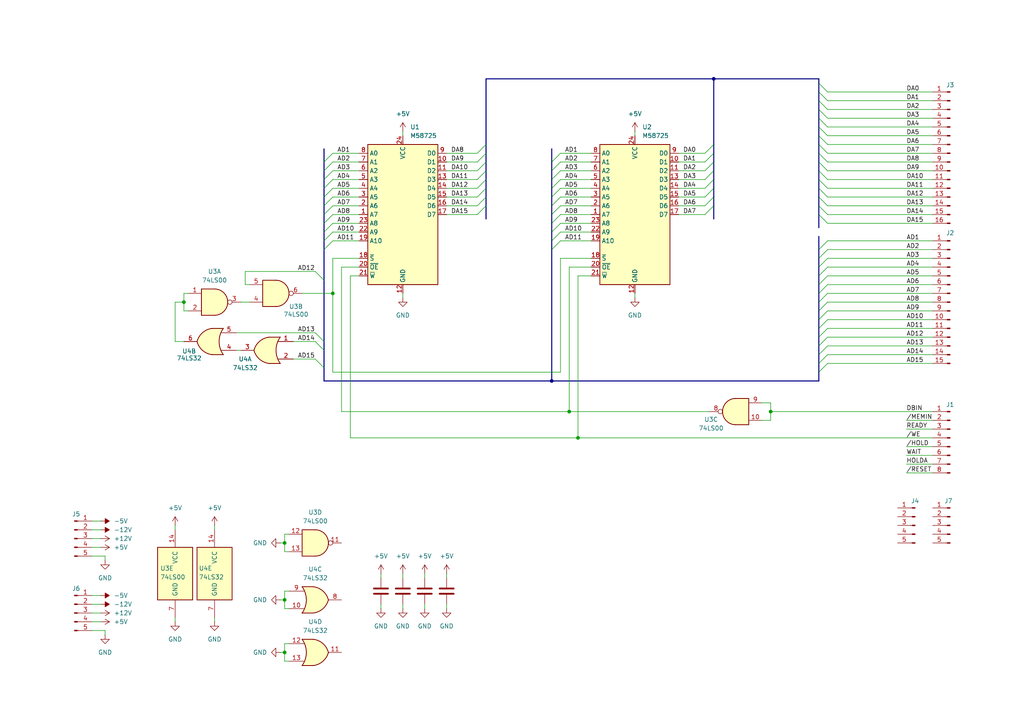
<source format=kicad_sch>
(kicad_sch (version 20250114) (generator "eeschema") (generator_version "9.0")
  (paper "A4")
  (lib_symbols
    (symbol "74xx:74LS00" (pin_names (offset 1.016))
      (property "Reference" "U" (at 0 1.27 0))
      (property "Value" "74LS00" (at 0 -1.27 0))
      (symbol "74LS00_1_1"
        (pin input line (at -7.62 2.54 0) (length 3.81) (name "~") (number "1"))
        (pin input line (at -7.62 -2.54 0) (length 3.81) (name "~") (number "2"))
        (pin output inverted (at 7.62 0 180) (length 3.81) (name "~") (number "3"))
      )
      (symbol "74LS00_1_2"
        (pin input inverted (at -7.62 2.54 0) (length 4.318) (name "~") (number "1"))
        (pin input inverted (at -7.62 -2.54 0) (length 4.318) (name "~") (number "2"))
        (pin output line (at 7.62 0 180) (length 3.81) (name "~") (number "3"))
      )
      (symbol "74LS00_2_1"
        (pin input line (at -7.62 2.54 0) (length 3.81) (name "~") (number "4"))
        (pin input line (at -7.62 -2.54 0) (length 3.81) (name "~") (number "5"))
        (pin output inverted (at 7.62 0 180) (length 3.81) (name "~") (number "6"))
      )
      (symbol "74LS00_2_2"
        (pin input inverted (at -7.62 2.54 0) (length 4.318) (name "~") (number "4"))
        (pin input inverted (at -7.62 -2.54 0) (length 4.318) (name "~") (number "5"))
        (pin output line (at 7.62 0 180) (length 3.81) (name "~") (number "6"))
      )
      (symbol "74LS00_3_1"
        (pin input line (at -7.62 2.54 0) (length 3.81) (name "~") (number "9"))
        (pin input line (at -7.62 -2.54 0) (length 3.81) (name "~") (number "10"))
        (pin output inverted (at 7.62 0 180) (length 3.81) (name "~") (number "8"))
      )
      (symbol "74LS00_3_2"
        (pin input inverted (at -7.62 2.54 0) (length 4.318) (name "~") (number "9"))
        (pin input inverted (at -7.62 -2.54 0) (length 4.318) (name "~") (number "10"))
        (pin output line (at 7.62 0 180) (length 3.81) (name "~") (number "8"))
      )
      (symbol "74LS00_4_1"
        (pin input line (at -7.62 2.54 0) (length 3.81) (name "~") (number "12"))
        (pin input line (at -7.62 -2.54 0) (length 3.81) (name "~") (number "13"))
        (pin output inverted (at 7.62 0 180) (length 3.81) (name "~") (number "11"))
      )
      (symbol "74LS00_4_2"
        (pin input inverted (at -7.62 2.54 0) (length 4.318) (name "~") (number "12"))
        (pin input inverted (at -7.62 -2.54 0) (length 4.318) (name "~") (number "13"))
        (pin output line (at 7.62 0 180) (length 3.81) (name "~") (number "11"))
      )
      (symbol "74LS00_5_0"
        (pin power_in line (at 0 12.7 270) (length 5.08) (name "VCC") (number "14"))
        (pin power_in line (at 0 -12.7 90) (length 5.08) (name "GND") (number "7"))
      )
    )
    (symbol "74xx:74LS32" (pin_names (offset 1.016))
      (property "Reference" "U" (at 0 1.27 0))
      (property "Value" "74LS32" (at 0 -1.27 0))
      (symbol "74LS32_1_1"
        (pin input line (at -7.62 2.54 0) (length 4.318) (name "~") (number "1"))
        (pin input line (at -7.62 -2.54 0) (length 4.318) (name "~") (number "2"))
        (pin output line (at 7.62 0 180) (length 3.81) (name "~") (number "3"))
      )
      (symbol "74LS32_1_2"
        (pin input inverted (at -7.62 2.54 0) (length 3.81) (name "~") (number "1"))
        (pin input inverted (at -7.62 -2.54 0) (length 3.81) (name "~") (number "2"))
        (pin output inverted (at 7.62 0 180) (length 3.81) (name "~") (number "3"))
      )
      (symbol "74LS32_2_1"
        (pin input line (at -7.62 2.54 0) (length 4.318) (name "~") (number "4"))
        (pin input line (at -7.62 -2.54 0) (length 4.318) (name "~") (number "5"))
        (pin output line (at 7.62 0 180) (length 3.81) (name "~") (number "6"))
      )
      (symbol "74LS32_2_2"
        (pin input inverted (at -7.62 2.54 0) (length 3.81) (name "~") (number "4"))
        (pin input inverted (at -7.62 -2.54 0) (length 3.81) (name "~") (number "5"))
        (pin output inverted (at 7.62 0 180) (length 3.81) (name "~") (number "6"))
      )
      (symbol "74LS32_3_1"
        (pin input line (at -7.62 2.54 0) (length 4.318) (name "~") (number "9"))
        (pin input line (at -7.62 -2.54 0) (length 4.318) (name "~") (number "10"))
        (pin output line (at 7.62 0 180) (length 3.81) (name "~") (number "8"))
      )
      (symbol "74LS32_3_2"
        (pin input inverted (at -7.62 2.54 0) (length 3.81) (name "~") (number "9"))
        (pin input inverted (at -7.62 -2.54 0) (length 3.81) (name "~") (number "10"))
        (pin output inverted (at 7.62 0 180) (length 3.81) (name "~") (number "8"))
      )
      (symbol "74LS32_4_1"
        (pin input line (at -7.62 2.54 0) (length 4.318) (name "~") (number "12"))
        (pin input line (at -7.62 -2.54 0) (length 4.318) (name "~") (number "13"))
        (pin output line (at 7.62 0 180) (length 3.81) (name "~") (number "11"))
      )
      (symbol "74LS32_4_2"
        (pin input inverted (at -7.62 2.54 0) (length 3.81) (name "~") (number "12"))
        (pin input inverted (at -7.62 -2.54 0) (length 3.81) (name "~") (number "13"))
        (pin output inverted (at 7.62 0 180) (length 3.81) (name "~") (number "11"))
      )
      (symbol "74LS32_5_0"
        (pin power_in line (at 0 12.7 270) (length 5.08) (name "VCC") (number "14"))
        (pin power_in line (at 0 -12.7 90) (length 5.08) (name "GND") (number "7"))
      )
    )
    (symbol "Connector:Conn_01x05_Pin" (pin_names (offset 1.016) (hide yes))
      (property "Reference" "J" (at 0 7.62 0))
      (property "Value" "Conn_01x05_Pin" (at 0 -7.62 0))
      (symbol "Conn_01x05_Pin_1_1"
        (pin passive line (at 5.08 5.08 180) (length 3.81) (name "Pin_1") (number "1"))
        (pin passive line (at 5.08 2.54 180) (length 3.81) (name "Pin_2") (number "2"))
        (pin passive line (at 5.08 0 180) (length 3.81) (name "Pin_3") (number "3"))
        (pin passive line (at 5.08 -2.54 180) (length 3.81) (name "Pin_4") (number "4"))
        (pin passive line (at 5.08 -5.08 180) (length 3.81) (name "Pin_5") (number "5"))
      )
    )
    (symbol "Connector:Conn_01x08_Pin" (pin_names (offset 1.016) (hide yes))
      (property "Reference" "J" (at 0 10.16 0))
      (property "Value" "Conn_01x08_Pin" (at 0 -12.7 0))
      (symbol "Conn_01x08_Pin_1_1"
        (pin passive line (at 5.08 7.62 180) (length 3.81) (name "Pin_1") (number "1"))
        (pin passive line (at 5.08 5.08 180) (length 3.81) (name "Pin_2") (number "2"))
        (pin passive line (at 5.08 2.54 180) (length 3.81) (name "Pin_3") (number "3"))
        (pin passive line (at 5.08 0 180) (length 3.81) (name "Pin_4") (number "4"))
        (pin passive line (at 5.08 -2.54 180) (length 3.81) (name "Pin_5") (number "5"))
        (pin passive line (at 5.08 -5.08 180) (length 3.81) (name "Pin_6") (number "6"))
        (pin passive line (at 5.08 -7.62 180) (length 3.81) (name "Pin_7") (number "7"))
        (pin passive line (at 5.08 -10.16 180) (length 3.81) (name "Pin_8") (number "8"))
      )
    )
    (symbol "Connector:Conn_01x15_Pin" (pin_names (offset 1.016) (hide yes))
      (property "Reference" "J" (at 0 20.32 0))
      (property "Value" "Conn_01x15_Pin" (at 0 -20.32 0))
      (symbol "Conn_01x15_Pin_1_1"
        (pin passive line (at 5.08 17.78 180) (length 3.81) (name "Pin_1") (number "1"))
        (pin passive line (at 5.08 15.24 180) (length 3.81) (name "Pin_2") (number "2"))
        (pin passive line (at 5.08 12.7 180) (length 3.81) (name "Pin_3") (number "3"))
        (pin passive line (at 5.08 10.16 180) (length 3.81) (name "Pin_4") (number "4"))
        (pin passive line (at 5.08 7.62 180) (length 3.81) (name "Pin_5") (number "5"))
        (pin passive line (at 5.08 5.08 180) (length 3.81) (name "Pin_6") (number "6"))
        (pin passive line (at 5.08 2.54 180) (length 3.81) (name "Pin_7") (number "7"))
        (pin passive line (at 5.08 0 180) (length 3.81) (name "Pin_8") (number "8"))
        (pin passive line (at 5.08 -2.54 180) (length 3.81) (name "Pin_9") (number "9"))
        (pin passive line (at 5.08 -5.08 180) (length 3.81) (name "Pin_10") (number "10"))
        (pin passive line (at 5.08 -7.62 180) (length 3.81) (name "Pin_11") (number "11"))
        (pin passive line (at 5.08 -10.16 180) (length 3.81) (name "Pin_12") (number "12"))
        (pin passive line (at 5.08 -12.7 180) (length 3.81) (name "Pin_13") (number "13"))
        (pin passive line (at 5.08 -15.24 180) (length 3.81) (name "Pin_14") (number "14"))
        (pin passive line (at 5.08 -17.78 180) (length 3.81) (name "Pin_15") (number "15"))
      )
    )
    (symbol "Connector:Conn_01x16_Pin" (pin_names (offset 1.016) (hide yes))
      (property "Reference" "J" (at 0 20.32 0))
      (property "Value" "Conn_01x16_Pin" (at 0 -22.86 0))
      (symbol "Conn_01x16_Pin_1_1"
        (pin passive line (at 5.08 17.78 180) (length 3.81) (name "Pin_1") (number "1"))
        (pin passive line (at 5.08 15.24 180) (length 3.81) (name "Pin_2") (number "2"))
        (pin passive line (at 5.08 12.7 180) (length 3.81) (name "Pin_3") (number "3"))
        (pin passive line (at 5.08 10.16 180) (length 3.81) (name "Pin_4") (number "4"))
        (pin passive line (at 5.08 7.62 180) (length 3.81) (name "Pin_5") (number "5"))
        (pin passive line (at 5.08 5.08 180) (length 3.81) (name "Pin_6") (number "6"))
        (pin passive line (at 5.08 2.54 180) (length 3.81) (name "Pin_7") (number "7"))
        (pin passive line (at 5.08 0 180) (length 3.81) (name "Pin_8") (number "8"))
        (pin passive line (at 5.08 -2.54 180) (length 3.81) (name "Pin_9") (number "9"))
        (pin passive line (at 5.08 -5.08 180) (length 3.81) (name "Pin_10") (number "10"))
        (pin passive line (at 5.08 -7.62 180) (length 3.81) (name "Pin_11") (number "11"))
        (pin passive line (at 5.08 -10.16 180) (length 3.81) (name "Pin_12") (number "12"))
        (pin passive line (at 5.08 -12.7 180) (length 3.81) (name "Pin_13") (number "13"))
        (pin passive line (at 5.08 -15.24 180) (length 3.81) (name "Pin_14") (number "14"))
        (pin passive line (at 5.08 -17.78 180) (length 3.81) (name "Pin_15") (number "15"))
        (pin passive line (at 5.08 -20.32 180) (length 3.81) (name "Pin_16") (number "16"))
      )
    )
    (symbol "Device:C" (pin_numbers (hide yes)) (pin_names (offset 0.254))
      (property "Reference" "C" (at 0.635 2.54 0))
      (property "Value" "C" (at 0.635 -2.54 0))
      (symbol "C_1_1"
        (pin passive line (at 0 3.81 270) (length 2.794) (name "~") (number "1"))
        (pin passive line (at 0 -3.81 90) (length 2.794) (name "~") (number "2"))
      )
    )
    (symbol "User:M58725"
      (property "Reference" "U" (at -10.16 20.955 0))
      (property "Value" "M58725" (at 2.54 20.955 0))
      (symbol "M58725_1_0"
        (pin tri_state line (at 12.7 7.62 180) (length 2.54) (name "D4") (number "14"))
      )
      (symbol "M58725_1_1"
        (pin input line (at -12.7 17.78 0) (length 2.54) (name "A0") (number "8"))
        (pin input line (at -12.7 15.24 0) (length 2.54) (name "A1") (number "7"))
        (pin input line (at -12.7 12.7 0) (length 2.54) (name "A2") (number "6"))
        (pin input line (at -12.7 10.16 0) (length 2.54) (name "A3") (number "5"))
        (pin input line (at -12.7 7.62 0) (length 2.54) (name "A4") (number "4"))
        (pin input line (at -12.7 5.08 0) (length 2.54) (name "A5") (number "3"))
        (pin input line (at -12.7 2.54 0) (length 2.54) (name "A6") (number "2"))
        (pin input line (at -12.7 0 0) (length 2.54) (name "A7") (number "1"))
        (pin input line (at -12.7 -2.54 0) (length 2.54) (name "A8") (number "23"))
        (pin input line (at -12.7 -5.08 0) (length 2.54) (name "A9") (number "22"))
        (pin input line (at -12.7 -7.62 0) (length 2.54) (name "A10") (number "19"))
        (pin input line (at -12.7 -12.7 0) (length 2.54) (name "~{S}") (number "18"))
        (pin input line (at -12.7 -15.24 0) (length 2.54) (name "~{OE}") (number "20"))
        (pin input line (at -12.7 -17.78 0) (length 2.54) (name "~{W}") (number "21"))
        (pin power_in line (at 0 22.86 270) (length 2.54) (name "VCC") (number "24"))
        (pin power_in line (at 0 -22.86 90) (length 2.54) (name "GND") (number "12"))
        (pin tri_state line (at 12.7 17.78 180) (length 2.54) (name "D0") (number "9"))
        (pin tri_state line (at 12.7 15.24 180) (length 2.54) (name "D1") (number "10"))
        (pin tri_state line (at 12.7 12.7 180) (length 2.54) (name "D2") (number "11"))
        (pin tri_state line (at 12.7 10.16 180) (length 2.54) (name "D3") (number "13"))
        (pin tri_state line (at 12.7 5.08 180) (length 2.54) (name "D5") (number "15"))
        (pin tri_state line (at 12.7 2.54 180) (length 2.54) (name "D6") (number "16"))
        (pin tri_state line (at 12.7 0 180) (length 2.54) (name "D7") (number "17"))
      )
    )
    (symbol "power:+12V" (power) (pin_numbers (hide yes)) (pin_names (offset 0) (hide yes))
      (property "Value" "+12V" (at 0 3.556 0))
      (symbol "+12V_1_1"
        (pin power_in line (at 0 0 90) (length 0) (name "~") (number "1"))
      )
    )
    (symbol "power:+5V" (power) (pin_numbers (hide yes)) (pin_names (offset 0) (hide yes))
      (property "Value" "+5V" (at 0 3.556 0))
      (symbol "+5V_1_1"
        (pin power_in line (at 0 0 90) (length 0) (name "~") (number "1"))
      )
    )
    (symbol "power:-12V" (power) (pin_numbers (hide yes)) (pin_names (offset 0) (hide yes))
      (property "Value" "-12V" (at 0 3.556 0))
      (symbol "-12V_0_0"
        (pin power_in line (at 0 0 90) (length 0) (name "~") (number "1"))
      )
    )
    (symbol "power:-5V" (power) (pin_numbers (hide yes)) (pin_names (offset 0) (hide yes))
      (property "Value" "-5V" (at 0 3.556 0))
      (symbol "-5V_0_0"
        (pin power_in line (at 0 0 90) (length 0) (name "~") (number "1"))
      )
    )
    (symbol "power:GND" (power) (pin_numbers (hide yes)) (pin_names (offset 0) (hide yes))
      (property "Value" "GND" (at 0 -3.81 0))
      (symbol "GND_1_1"
        (pin power_in line (at 0 0 270) (length 0) (name "~") (number "1"))
      )
    )
  )
  (junction (at 82.55 157.48))
  (junction (at 207.01 22.86))
  (junction (at 53.34 87.63))
  (junction (at 160.02 110.49))
  (junction (at 82.55 189.23))
  (junction (at 223.52 119.38))
  (junction (at 96.52 85.09))
  (junction (at 167.64 127))
  (junction (at 82.55 173.99))
  (junction (at 165.1 119.38))
  (bus_entry (at 237.49 62.23) (size 2.54 2.54))
  (bus_entry (at 93.98 54.61) (size 2.54 -2.54))
  (bus_entry (at 138.43 46.99) (size 2.54 -2.54))
  (bus_entry (at 91.44 78.74) (size 2.54 2.54))
  (bus_entry (at 237.49 36.83) (size 2.54 2.54))
  (bus_entry (at 138.43 57.15) (size 2.54 -2.54))
  (bus_entry (at 91.44 104.14) (size 2.54 2.54))
  (bus_entry (at 138.43 54.61) (size 2.54 -2.54))
  (bus_entry (at 93.98 64.77) (size 2.54 -2.54))
  (bus_entry (at 204.47 52.07) (size 2.54 -2.54))
  (bus_entry (at 237.49 97.79) (size 2.54 -2.54))
  (bus_entry (at 237.49 90.17) (size 2.54 -2.54))
  (bus_entry (at 93.98 72.39) (size 2.54 -2.54))
  (bus_entry (at 160.02 72.39) (size 2.54 -2.54))
  (bus_entry (at 237.49 105.41) (size 2.54 -2.54))
  (bus_entry (at 91.44 96.52) (size 2.54 2.54))
  (bus_entry (at 237.49 24.13) (size 2.54 2.54))
  (bus_entry (at 237.49 95.25) (size 2.54 -2.54))
  (bus_entry (at 237.49 31.75) (size 2.54 2.54))
  (bus_entry (at 237.49 85.09) (size 2.54 -2.54))
  (bus_entry (at 138.43 62.23) (size 2.54 -2.54))
  (bus_entry (at 237.49 82.55) (size 2.54 -2.54))
  (bus_entry (at 138.43 44.45) (size 2.54 -2.54))
  (bus_entry (at 204.47 62.23) (size 2.54 -2.54))
  (bus_entry (at 237.49 44.45) (size 2.54 2.54))
  (bus_entry (at 237.49 54.61) (size 2.54 2.54))
  (bus_entry (at 237.49 100.33) (size 2.54 -2.54))
  (bus_entry (at 237.49 102.87) (size 2.54 -2.54))
  (bus_entry (at 160.02 69.85) (size 2.54 -2.54))
  (bus_entry (at 237.49 29.21) (size 2.54 2.54))
  (bus_entry (at 237.49 26.67) (size 2.54 2.54))
  (bus_entry (at 160.02 67.31) (size 2.54 -2.54))
  (bus_entry (at 138.43 59.69) (size 2.54 -2.54))
  (bus_entry (at 93.98 67.31) (size 2.54 -2.54))
  (bus_entry (at 237.49 41.91) (size 2.54 2.54))
  (bus_entry (at 237.49 77.47) (size 2.54 -2.54))
  (bus_entry (at 160.02 64.77) (size 2.54 -2.54))
  (bus_entry (at 138.43 49.53) (size 2.54 -2.54))
  (bus_entry (at 204.47 49.53) (size 2.54 -2.54))
  (bus_entry (at 204.47 44.45) (size 2.54 -2.54))
  (bus_entry (at 204.47 54.61) (size 2.54 -2.54))
  (bus_entry (at 93.98 57.15) (size 2.54 -2.54))
  (bus_entry (at 160.02 54.61) (size 2.54 -2.54))
  (bus_entry (at 237.49 46.99) (size 2.54 2.54))
  (bus_entry (at 91.44 99.06) (size 2.54 2.54))
  (bus_entry (at 93.98 62.23) (size 2.54 -2.54))
  (bus_entry (at 160.02 59.69) (size 2.54 -2.54))
  (bus_entry (at 138.43 52.07) (size 2.54 -2.54))
  (bus_entry (at 237.49 80.01) (size 2.54 -2.54))
  (bus_entry (at 237.49 87.63) (size 2.54 -2.54))
  (bus_entry (at 204.47 57.15) (size 2.54 -2.54))
  (bus_entry (at 204.47 59.69) (size 2.54 -2.54))
  (bus_entry (at 160.02 57.15) (size 2.54 -2.54))
  (bus_entry (at 93.98 52.07) (size 2.54 -2.54))
  (bus_entry (at 237.49 74.93) (size 2.54 -2.54))
  (bus_entry (at 237.49 92.71) (size 2.54 -2.54))
  (bus_entry (at 237.49 49.53) (size 2.54 2.54))
  (bus_entry (at 93.98 46.99) (size 2.54 -2.54))
  (bus_entry (at 160.02 62.23) (size 2.54 -2.54))
  (bus_entry (at 160.02 49.53) (size 2.54 -2.54))
  (bus_entry (at 93.98 49.53) (size 2.54 -2.54))
  (bus_entry (at 160.02 46.99) (size 2.54 -2.54))
  (bus_entry (at 237.49 52.07) (size 2.54 2.54))
  (bus_entry (at 204.47 46.99) (size 2.54 -2.54))
  (bus_entry (at 237.49 72.39) (size 2.54 -2.54))
  (bus_entry (at 237.49 34.29) (size 2.54 2.54))
  (bus_entry (at 237.49 39.37) (size 2.54 2.54))
  (bus_entry (at 160.02 52.07) (size 2.54 -2.54))
  (bus_entry (at 93.98 69.85) (size 2.54 -2.54))
  (bus_entry (at 237.49 107.95) (size 2.54 -2.54))
  (bus_entry (at 237.49 59.69) (size 2.54 2.54))
  (bus_entry (at 93.98 59.69) (size 2.54 -2.54))
  (bus_entry (at 237.49 57.15) (size 2.54 2.54))
  (wire (pts (xy 81.28 173.99) (xy 82.55 173.99)))
  (wire (pts (xy 96.52 57.15) (xy 104.14 57.15)))
  (wire (pts (xy 162.56 57.15) (xy 171.45 57.15)))
  (bus (pts (xy 160.02 62.23) (xy 160.02 64.77)))
  (bus (pts (xy 93.98 59.69) (xy 93.98 62.23)))
  (wire (pts (xy 240.03 62.23) (xy 270.51 62.23)))
  (wire (pts (xy 240.03 54.61) (xy 270.51 54.61)))
  (wire (pts (xy 50.8 152.4) (xy 50.8 153.67)))
  (bus (pts (xy 237.49 46.99) (xy 237.49 44.45)))
  (wire (pts (xy 240.03 90.17) (xy 270.51 90.17)))
  (wire (pts (xy 129.54 62.23) (xy 138.43 62.23)))
  (wire (pts (xy 162.56 52.07) (xy 171.45 52.07)))
  (wire (pts (xy 96.52 107.95) (xy 96.52 85.09)))
  (wire (pts (xy 162.56 69.85) (xy 171.45 69.85)))
  (bus (pts (xy 207.01 22.86) (xy 207.01 41.91)))
  (bus (pts (xy 237.49 36.83) (xy 237.49 34.29)))
  (wire (pts (xy 26.67 172.72) (xy 29.21 172.72)))
  (bus (pts (xy 237.49 41.91) (xy 237.49 39.37)))
  (wire (pts (xy 240.03 80.01) (xy 270.51 80.01)))
  (bus (pts (xy 237.49 92.71) (xy 237.49 95.25)))
  (wire (pts (xy 26.67 151.13) (xy 29.21 151.13)))
  (bus (pts (xy 237.49 66.04) (xy 237.49 62.23)))
  (bus (pts (xy 207.01 54.61) (xy 207.01 57.15)))
  (bus (pts (xy 237.49 44.45) (xy 237.49 41.91)))
  (wire (pts (xy 196.85 62.23) (xy 204.47 62.23)))
  (wire (pts (xy 240.03 74.93) (xy 270.51 74.93)))
  (wire (pts (xy 129.54 44.45) (xy 138.43 44.45)))
  (wire (pts (xy 162.56 44.45) (xy 171.45 44.45)))
  (wire (pts (xy 116.84 166.37) (xy 116.84 167.64)))
  (wire (pts (xy 262.89 134.62) (xy 270.51 134.62)))
  (bus (pts (xy 237.49 52.07) (xy 237.49 49.53)))
  (bus (pts (xy 237.49 80.01) (xy 237.49 82.55)))
  (bus (pts (xy 207.01 59.69) (xy 207.01 63.5)))
  (bus (pts (xy 93.98 52.07) (xy 93.98 54.61)))
  (wire (pts (xy 165.1 77.47) (xy 171.45 77.47)))
  (bus (pts (xy 237.49 22.86) (xy 207.01 22.86)))
  (wire (pts (xy 82.55 189.23) (xy 82.55 186.69)))
  (wire (pts (xy 110.49 175.26) (xy 110.49 176.53)))
  (bus (pts (xy 237.49 102.87) (xy 237.49 105.41)))
  (wire (pts (xy 85.09 104.14) (xy 91.44 104.14)))
  (wire (pts (xy 129.54 46.99) (xy 138.43 46.99)))
  (wire (pts (xy 96.52 64.77) (xy 104.14 64.77)))
  (wire (pts (xy 26.67 177.8) (xy 29.21 177.8)))
  (bus (pts (xy 237.49 34.29) (xy 237.49 31.75)))
  (wire (pts (xy 26.67 158.75) (xy 29.21 158.75)))
  (wire (pts (xy 240.03 97.79) (xy 270.51 97.79)))
  (bus (pts (xy 140.97 54.61) (xy 140.97 57.15)))
  (wire (pts (xy 196.85 52.07) (xy 204.47 52.07)))
  (wire (pts (xy 72.39 82.55) (xy 71.12 82.55)))
  (bus (pts (xy 140.97 46.99) (xy 140.97 49.53)))
  (bus (pts (xy 93.98 57.15) (xy 93.98 59.69)))
  (bus (pts (xy 160.02 54.61) (xy 160.02 57.15)))
  (bus (pts (xy 140.97 52.07) (xy 140.97 54.61)))
  (bus (pts (xy 140.97 59.69) (xy 140.97 63.5)))
  (bus (pts (xy 207.01 41.91) (xy 207.01 44.45)))
  (wire (pts (xy 196.85 54.61) (xy 204.47 54.61)))
  (wire (pts (xy 26.67 156.21) (xy 29.21 156.21)))
  (wire (pts (xy 205.74 119.38) (xy 165.1 119.38)))
  (wire (pts (xy 81.28 189.23) (xy 82.55 189.23)))
  (wire (pts (xy 223.52 121.92) (xy 223.52 119.38)))
  (wire (pts (xy 30.48 161.29) (xy 26.67 161.29)))
  (wire (pts (xy 82.55 191.77) (xy 82.55 189.23)))
  (wire (pts (xy 240.03 102.87) (xy 270.51 102.87)))
  (wire (pts (xy 162.56 107.95) (xy 96.52 107.95)))
  (wire (pts (xy 99.06 119.38) (xy 165.1 119.38)))
  (wire (pts (xy 123.19 166.37) (xy 123.19 167.64)))
  (wire (pts (xy 196.85 46.99) (xy 204.47 46.99)))
  (bus (pts (xy 93.98 46.99) (xy 93.98 49.53)))
  (wire (pts (xy 240.03 49.53) (xy 270.51 49.53)))
  (bus (pts (xy 237.49 68.58) (xy 237.49 72.39)))
  (wire (pts (xy 83.82 160.02) (xy 82.55 160.02)))
  (wire (pts (xy 262.89 137.16) (xy 270.51 137.16)))
  (wire (pts (xy 129.54 166.37) (xy 129.54 167.64)))
  (wire (pts (xy 26.67 175.26) (xy 29.21 175.26)))
  (wire (pts (xy 96.52 49.53) (xy 104.14 49.53)))
  (wire (pts (xy 240.03 46.99) (xy 270.51 46.99)))
  (bus (pts (xy 237.49 29.21) (xy 237.49 26.67)))
  (wire (pts (xy 240.03 34.29) (xy 270.51 34.29)))
  (wire (pts (xy 240.03 77.47) (xy 270.51 77.47)))
  (wire (pts (xy 223.52 119.38) (xy 223.52 116.84)))
  (wire (pts (xy 96.52 52.07) (xy 104.14 52.07)))
  (bus (pts (xy 237.49 85.09) (xy 237.49 87.63)))
  (bus (pts (xy 93.98 67.31) (xy 93.98 69.85)))
  (wire (pts (xy 240.03 31.75) (xy 270.51 31.75)))
  (wire (pts (xy 262.89 132.08) (xy 270.51 132.08)))
  (bus (pts (xy 140.97 57.15) (xy 140.97 59.69)))
  (wire (pts (xy 162.56 74.93) (xy 162.56 107.95)))
  (bus (pts (xy 237.49 77.47) (xy 237.49 80.01)))
  (wire (pts (xy 96.52 44.45) (xy 104.14 44.45)))
  (wire (pts (xy 96.52 59.69) (xy 104.14 59.69)))
  (wire (pts (xy 129.54 57.15) (xy 138.43 57.15)))
  (wire (pts (xy 26.67 153.67) (xy 29.21 153.67)))
  (wire (pts (xy 240.03 44.45) (xy 270.51 44.45)))
  (bus (pts (xy 160.02 64.77) (xy 160.02 67.31)))
  (wire (pts (xy 262.89 129.54) (xy 270.51 129.54)))
  (wire (pts (xy 50.8 87.63) (xy 53.34 87.63)))
  (wire (pts (xy 240.03 59.69) (xy 270.51 59.69)))
  (wire (pts (xy 53.34 99.06) (xy 50.8 99.06)))
  (wire (pts (xy 129.54 59.69) (xy 138.43 59.69)))
  (bus (pts (xy 140.97 41.91) (xy 140.97 44.45)))
  (bus (pts (xy 207.01 46.99) (xy 207.01 49.53)))
  (bus (pts (xy 93.98 106.68) (xy 93.98 110.49)))
  (wire (pts (xy 96.52 74.93) (xy 96.52 85.09)))
  (wire (pts (xy 165.1 119.38) (xy 165.1 77.47)))
  (wire (pts (xy 240.03 26.67) (xy 270.51 26.67)))
  (wire (pts (xy 96.52 67.31) (xy 104.14 67.31)))
  (wire (pts (xy 220.98 121.92) (xy 223.52 121.92)))
  (wire (pts (xy 82.55 154.94) (xy 83.82 154.94)))
  (bus (pts (xy 93.98 49.53) (xy 93.98 52.07)))
  (wire (pts (xy 162.56 64.77) (xy 171.45 64.77)))
  (wire (pts (xy 184.15 85.09) (xy 184.15 86.36)))
  (bus (pts (xy 207.01 52.07) (xy 207.01 54.61)))
  (wire (pts (xy 240.03 82.55) (xy 270.51 82.55)))
  (wire (pts (xy 240.03 39.37) (xy 270.51 39.37)))
  (bus (pts (xy 93.98 101.6) (xy 93.98 106.68)))
  (wire (pts (xy 50.8 99.06) (xy 50.8 87.63)))
  (wire (pts (xy 196.85 49.53) (xy 204.47 49.53)))
  (bus (pts (xy 160.02 59.69) (xy 160.02 62.23)))
  (wire (pts (xy 240.03 41.91) (xy 270.51 41.91)))
  (wire (pts (xy 240.03 57.15) (xy 270.51 57.15)))
  (wire (pts (xy 184.15 38.1) (xy 184.15 39.37)))
  (wire (pts (xy 129.54 52.07) (xy 138.43 52.07)))
  (wire (pts (xy 82.55 176.53) (xy 82.55 173.99)))
  (bus (pts (xy 237.49 107.95) (xy 237.49 110.49)))
  (wire (pts (xy 110.49 166.37) (xy 110.49 167.64)))
  (wire (pts (xy 240.03 52.07) (xy 270.51 52.07)))
  (bus (pts (xy 237.49 54.61) (xy 237.49 52.07)))
  (wire (pts (xy 129.54 54.61) (xy 138.43 54.61)))
  (wire (pts (xy 82.55 186.69) (xy 83.82 186.69)))
  (wire (pts (xy 240.03 87.63) (xy 270.51 87.63)))
  (wire (pts (xy 162.56 59.69) (xy 171.45 59.69)))
  (wire (pts (xy 196.85 44.45) (xy 204.47 44.45)))
  (wire (pts (xy 240.03 105.41) (xy 270.51 105.41)))
  (bus (pts (xy 237.49 82.55) (xy 237.49 85.09)))
  (bus (pts (xy 237.49 26.67) (xy 237.49 24.13)))
  (wire (pts (xy 240.03 92.71) (xy 270.51 92.71)))
  (wire (pts (xy 162.56 67.31) (xy 171.45 67.31)))
  (bus (pts (xy 93.98 69.85) (xy 93.98 72.39)))
  (wire (pts (xy 240.03 36.83) (xy 270.51 36.83)))
  (wire (pts (xy 167.64 127) (xy 270.51 127)))
  (bus (pts (xy 160.02 69.85) (xy 160.02 72.39)))
  (wire (pts (xy 162.56 62.23) (xy 171.45 62.23)))
  (bus (pts (xy 237.49 31.75) (xy 237.49 29.21)))
  (wire (pts (xy 123.19 175.26) (xy 123.19 176.53)))
  (bus (pts (xy 237.49 97.79) (xy 237.49 100.33)))
  (wire (pts (xy 240.03 95.25) (xy 270.51 95.25)))
  (bus (pts (xy 237.49 39.37) (xy 237.49 36.83)))
  (wire (pts (xy 167.64 80.01) (xy 171.45 80.01)))
  (bus (pts (xy 160.02 72.39) (xy 160.02 110.49)))
  (bus (pts (xy 93.98 62.23) (xy 93.98 64.77)))
  (wire (pts (xy 69.85 87.63) (xy 72.39 87.63)))
  (bus (pts (xy 93.98 81.28) (xy 93.98 99.06)))
  (wire (pts (xy 223.52 119.38) (xy 270.51 119.38)))
  (bus (pts (xy 140.97 49.53) (xy 140.97 52.07)))
  (wire (pts (xy 96.52 85.09) (xy 87.63 85.09)))
  (bus (pts (xy 160.02 46.99) (xy 160.02 49.53)))
  (wire (pts (xy 82.55 171.45) (xy 83.82 171.45)))
  (wire (pts (xy 162.56 54.61) (xy 171.45 54.61)))
  (wire (pts (xy 240.03 72.39) (xy 270.51 72.39)))
  (bus (pts (xy 237.49 57.15) (xy 237.49 54.61)))
  (wire (pts (xy 53.34 85.09) (xy 54.61 85.09)))
  (wire (pts (xy 104.14 80.01) (xy 101.6 80.01)))
  (wire (pts (xy 96.52 74.93) (xy 104.14 74.93)))
  (bus (pts (xy 237.49 72.39) (xy 237.49 74.93)))
  (wire (pts (xy 96.52 69.85) (xy 104.14 69.85)))
  (wire (pts (xy 129.54 175.26) (xy 129.54 176.53)))
  (wire (pts (xy 240.03 69.85) (xy 270.51 69.85)))
  (wire (pts (xy 116.84 85.09) (xy 116.84 86.36)))
  (bus (pts (xy 140.97 44.45) (xy 140.97 46.99)))
  (bus (pts (xy 160.02 67.31) (xy 160.02 69.85)))
  (wire (pts (xy 240.03 100.33) (xy 270.51 100.33)))
  (wire (pts (xy 262.89 124.46) (xy 270.51 124.46)))
  (wire (pts (xy 82.55 157.48) (xy 82.55 154.94)))
  (bus (pts (xy 207.01 44.45) (xy 207.01 46.99)))
  (wire (pts (xy 26.67 180.34) (xy 29.21 180.34)))
  (bus (pts (xy 160.02 43.18) (xy 160.02 46.99)))
  (wire (pts (xy 240.03 85.09) (xy 270.51 85.09)))
  (wire (pts (xy 196.85 59.69) (xy 204.47 59.69)))
  (bus (pts (xy 93.98 110.49) (xy 160.02 110.49)))
  (bus (pts (xy 93.98 64.77) (xy 93.98 67.31)))
  (wire (pts (xy 82.55 173.99) (xy 82.55 171.45)))
  (wire (pts (xy 62.23 152.4) (xy 62.23 153.67)))
  (bus (pts (xy 237.49 59.69) (xy 237.49 57.15)))
  (bus (pts (xy 160.02 52.07) (xy 160.02 54.61)))
  (wire (pts (xy 162.56 49.53) (xy 171.45 49.53)))
  (bus (pts (xy 93.98 72.39) (xy 93.98 81.28)))
  (wire (pts (xy 99.06 77.47) (xy 99.06 119.38)))
  (wire (pts (xy 162.56 74.93) (xy 171.45 74.93)))
  (wire (pts (xy 96.52 46.99) (xy 104.14 46.99)))
  (wire (pts (xy 83.82 176.53) (xy 82.55 176.53)))
  (wire (pts (xy 101.6 127) (xy 167.64 127)))
  (bus (pts (xy 237.49 110.49) (xy 160.02 110.49)))
  (wire (pts (xy 30.48 182.88) (xy 26.67 182.88)))
  (wire (pts (xy 71.12 78.74) (xy 91.44 78.74)))
  (bus (pts (xy 93.98 99.06) (xy 93.98 101.6)))
  (bus (pts (xy 93.98 43.18) (xy 93.98 46.99)))
  (wire (pts (xy 50.8 179.07) (xy 50.8 180.34)))
  (bus (pts (xy 93.98 54.61) (xy 93.98 57.15)))
  (wire (pts (xy 223.52 116.84) (xy 220.98 116.84)))
  (wire (pts (xy 53.34 87.63) (xy 53.34 85.09)))
  (wire (pts (xy 162.56 46.99) (xy 171.45 46.99)))
  (bus (pts (xy 237.49 74.93) (xy 237.49 77.47)))
  (wire (pts (xy 53.34 90.17) (xy 53.34 87.63)))
  (wire (pts (xy 83.82 191.77) (xy 82.55 191.77)))
  (wire (pts (xy 240.03 29.21) (xy 270.51 29.21)))
  (wire (pts (xy 116.84 175.26) (xy 116.84 176.53)))
  (bus (pts (xy 207.01 57.15) (xy 207.01 59.69)))
  (wire (pts (xy 96.52 62.23) (xy 104.14 62.23)))
  (wire (pts (xy 196.85 57.15) (xy 204.47 57.15)))
  (wire (pts (xy 68.58 96.52) (xy 91.44 96.52)))
  (wire (pts (xy 167.64 127) (xy 167.64 80.01)))
  (bus (pts (xy 237.49 87.63) (xy 237.49 90.17)))
  (bus (pts (xy 207.01 22.86) (xy 140.97 22.86)))
  (wire (pts (xy 96.52 54.61) (xy 104.14 54.61)))
  (bus (pts (xy 237.49 24.13) (xy 237.49 22.86)))
  (wire (pts (xy 116.84 38.1) (xy 116.84 39.37)))
  (bus (pts (xy 237.49 95.25) (xy 237.49 97.79)))
  (wire (pts (xy 62.23 179.07) (xy 62.23 180.34)))
  (wire (pts (xy 81.28 157.48) (xy 82.55 157.48)))
  (bus (pts (xy 237.49 105.41) (xy 237.49 107.95)))
  (wire (pts (xy 30.48 184.15) (xy 30.48 182.88)))
  (bus (pts (xy 237.49 49.53) (xy 237.49 46.99)))
  (wire (pts (xy 101.6 80.01) (xy 101.6 127)))
  (bus (pts (xy 160.02 57.15) (xy 160.02 59.69)))
  (bus (pts (xy 237.49 90.17) (xy 237.49 92.71)))
  (wire (pts (xy 71.12 82.55) (xy 71.12 78.74)))
  (bus (pts (xy 207.01 49.53) (xy 207.01 52.07)))
  (bus (pts (xy 160.02 49.53) (xy 160.02 52.07)))
  (wire (pts (xy 54.61 90.17) (xy 53.34 90.17)))
  (wire (pts (xy 30.48 162.56) (xy 30.48 161.29)))
  (bus (pts (xy 140.97 22.86) (xy 140.97 41.91)))
  (wire (pts (xy 82.55 160.02) (xy 82.55 157.48)))
  (bus (pts (xy 237.49 100.33) (xy 237.49 102.87)))
  (wire (pts (xy 129.54 49.53) (xy 138.43 49.53)))
  (wire (pts (xy 104.14 77.47) (xy 99.06 77.47)))
  (bus (pts (xy 237.49 62.23) (xy 237.49 59.69)))
  (wire (pts (xy 68.58 101.6) (xy 69.85 101.6)))
  (wire (pts (xy 85.09 99.06) (xy 91.44 99.06)))
  (wire (pts (xy 262.89 121.92) (xy 270.51 121.92)))
  (wire (pts (xy 240.03 64.77) (xy 270.51 64.77)))
  (label "AD11" (at 97.79 69.85 0))
  (label "AD7" (at 262.89 85.09 0))
  (label "DA14" (at 130.81 59.69 0))
  (label "DA1" (at 262.89 29.21 0))
  (label "DA3" (at 198.12 52.07 0))
  (label "HOLDA" (at 262.89 134.62 0))
  (label "AD11" (at 163.83 69.85 0))
  (label "AD7" (at 97.79 59.69 0))
  (label "AD2" (at 262.89 72.39 0))
  (label "DA0" (at 262.89 26.67 0))
  (label "DA13" (at 130.81 57.15 0))
  (label "AD8" (at 262.89 87.63 0))
  (label "AD1" (at 262.89 69.85 0))
  (label "AD6" (at 262.89 82.55 0))
  (label "AD4" (at 163.83 52.07 0))
  (label "AD1" (at 163.83 44.45 0))
  (label "AD13" (at 86.36 96.52 0))
  (label "DA0" (at 198.12 44.45 0))
  (label "DA3" (at 262.89 34.29 0))
  (label "DA7" (at 198.12 62.23 0))
  (label "DA13" (at 262.89 59.69 0))
  (label "AD6" (at 163.83 57.15 0))
  (label "AD10" (at 163.83 67.31 0))
  (label "DA5" (at 198.12 57.15 0))
  (label "DA15" (at 262.89 64.77 0))
  (label "AD5" (at 262.89 80.01 0))
  (label "AD2" (at 97.79 46.99 0))
  (label "DA11" (at 262.89 54.61 0))
  (label "AD13" (at 262.89 100.33 0))
  (label "DA15" (at 130.81 62.23 0))
  (label "READY" (at 262.89 124.46 0))
  (label "AD10" (at 97.79 67.31 0))
  (label "DA9" (at 262.89 49.53 0))
  (label "DBIN" (at 262.89 119.38 0))
  (label "DA2" (at 262.89 31.75 0))
  (label "DA8" (at 262.89 46.99 0))
  (label "AD14" (at 86.36 99.06 0))
  (label "AD12" (at 262.89 97.79 0))
  (label "AD9" (at 163.83 64.77 0))
  (label "DA4" (at 198.12 54.61 0))
  (label "AD3" (at 163.83 49.53 0))
  (label "DA1" (at 198.12 46.99 0))
  (label "DA12" (at 262.89 57.15 0))
  (label "AD7" (at 163.83 59.69 0))
  (label "DA10" (at 130.81 49.53 0))
  (label "AD8" (at 97.79 62.23 0))
  (label "AD9" (at 97.79 64.77 0))
  (label "AD10" (at 262.89 92.71 0))
  (label "AD4" (at 262.89 77.47 0))
  (label "AD12" (at 86.36 78.74 0))
  (label "DA11" (at 130.81 52.07 0))
  (label "AD5" (at 97.79 54.61 0))
  (label "AD6" (at 97.79 57.15 0))
  (label "AD9" (at 262.89 90.17 0))
  (label "{slash}WE" (at 262.89 127 0))
  (label "DA6" (at 262.89 41.91 0))
  (label "DA12" (at 130.81 54.61 0))
  (label "DA4" (at 262.89 36.83 0))
  (label "AD11" (at 262.89 95.25 0))
  (label "DA14" (at 262.89 62.23 0))
  (label "{slash}HOLD" (at 262.89 129.54 0))
  (label "AD8" (at 163.83 62.23 0))
  (label "{slash}RESET" (at 262.89 137.16 0))
  (label "AD1" (at 97.79 44.45 0))
  (label "DA10" (at 262.89 52.07 0))
  (label "DA9" (at 130.81 46.99 0))
  (label "AD15" (at 86.36 104.14 0))
  (label "DA5" (at 262.89 39.37 0))
  (label "AD5" (at 163.83 54.61 0))
  (label "DA2" (at 198.12 49.53 0))
  (label "DA7" (at 262.89 44.45 0))
  (label "AD2" (at 163.83 46.99 0))
  (label "AD3" (at 262.89 74.93 0))
  (label "AD4" (at 97.79 52.07 0))
  (label "AD15" (at 262.89 105.41 0))
  (label "DA8" (at 130.81 44.45 0))
  (label "WAIT" (at 262.89 132.08 0))
  (label "DA6" (at 198.12 59.69 0))
  (label "AD3" (at 97.79 49.53 0))
  (label "AD14" (at 262.89 102.87 0))
  (label "{slash}MEMIN" (at 262.89 121.92 0))
  (symbol (lib_id "Connector:Conn_01x15_Pin") (at 275.59 87.63 0) (mirror y) (unit 1)
    (property "Reference" "J2" (at 275.59 67.564 0))
    (property "Value" "Conn_01x15_Pin" (effects (hide yes)))
    (property "Footprint" "Connector_PinHeader_2.54mm:PinHeader_1x15_P2.54mm_Vertical" (effects (hide yes)))
    (property "Description" "Generic connector, single row, 01x15, script generated" (effects (hide yes)))
  )
  (symbol (lib_id "power:-5V") (at 29.21 172.72 270) (unit 1)
    (property "Reference" "#PWR05" (effects (hide yes)))
    (property "Value" "-5V" (at 33.02 172.7199 90) (effects (justify left)))
    (property "Description" "Power symbol creates a global label with name \"-5V\"" (effects (hide yes)))
  )
  (symbol (lib_id "Device:C") (at 129.54 171.45 0) (unit 1)
    (property "Reference" "C4" (effects (hide yes)))
    (property "Value" "C" (effects (hide yes)))
    (property "Footprint" "Capacitor_THT:C_Disc_D3.0mm_W1.6mm_P2.50mm" (effects (hide yes)))
    (property "Description" "Unpolarized capacitor" (effects (hide yes)))
  )
  (symbol (lib_id "Device:C") (at 123.19 171.45 0) (unit 1)
    (property "Reference" "C3" (effects (hide yes)))
    (property "Value" "C" (effects (hide yes)))
    (property "Footprint" "Capacitor_THT:C_Disc_D3.0mm_W1.6mm_P2.50mm" (effects (hide yes)))
    (property "Description" "Unpolarized capacitor" (effects (hide yes)))
  )
  (symbol (lib_id "power:+5V") (at 184.15 38.1 0) (unit 1)
    (property "Reference" "#PWR012" (effects (hide yes)))
    (property "Value" "+5V" (at 184.15 33.02 0))
    (property "Description" "Power symbol creates a global label with name \"+5V\"" (effects (hide yes)))
  )
  (symbol (lib_id "Connector:Conn_01x05_Pin") (at 265.43 152.4 0) (mirror y) (unit 1)
    (property "Reference" "J4" (at 265.43 145.288 0))
    (property "Value" "Conn_01x05_Pin" (effects (hide yes)))
    (property "Footprint" "Connector_PinHeader_2.54mm:PinHeader_1x05_P2.54mm_Vertical" (effects (hide yes)))
    (property "Description" "Generic connector, single row, 01x05, script generated" (effects (hide yes)))
  )
  (symbol (lib_id "power:+12V") (at 29.21 156.21 270) (unit 1)
    (property "Reference" "#PWR08" (effects (hide yes)))
    (property "Value" "+12V" (at 33.02 156.2099 90) (effects (justify left)))
    (property "Description" "Power symbol creates a global label with name \"+12V\"" (effects (hide yes)))
  )
  (symbol (lib_id "Connector:Conn_01x16_Pin") (at 275.59 44.45 0) (mirror y) (unit 1)
    (property "Reference" "J3" (at 275.59 24.638 0))
    (property "Value" "Conn_01x16_Pin" (effects (hide yes)))
    (property "Footprint" "Connector_PinHeader_2.54mm:PinHeader_1x16_P2.54mm_Vertical" (effects (hide yes)))
    (property "Description" "Generic connector, single row, 01x16, script generated" (effects (hide yes)))
  )
  (symbol (lib_id "74xx:74LS00") (at 91.44 157.48 0) (unit 4)
    (property "Reference" "U3" (at 91.4317 148.59 0))
    (property "Value" "74LS00" (at 91.4317 151.13 0))
    (property "Footprint" "Package_DIP:DIP-14_W7.62mm" (effects (hide yes)))
    (property "Datasheet" "http://www.ti.com/lit/gpn/sn74ls00" (effects (hide yes)))
    (property "Description" "quad 2-input NAND gate" (effects (hide yes)))
  )
  (symbol (lib_id "power:+5V") (at 123.19 166.37 0) (unit 1)
    (property "Reference" "#PWR027" (effects (hide yes)))
    (property "Value" "+5V" (at 123.19 161.29 0))
    (property "Description" "Power symbol creates a global label with name \"+5V\"" (effects (hide yes)))
  )
  (symbol (lib_id "power:+5V") (at 129.54 166.37 0) (unit 1)
    (property "Reference" "#PWR028" (effects (hide yes)))
    (property "Value" "+5V" (at 129.54 161.29 0))
    (property "Description" "Power symbol creates a global label with name \"+5V\"" (effects (hide yes)))
  )
  (symbol (lib_id "power:GND") (at 30.48 162.56 0) (unit 1)
    (property "Reference" "#PWR010" (effects (hide yes)))
    (property "Value" "GND" (at 30.48 167.64 0))
    (property "Description" "Power symbol creates a global label with name \"GND\" , ground" (effects (hide yes)))
  )
  (symbol (lib_id "power:-5V") (at 29.21 151.13 270) (unit 1)
    (property "Reference" "#PWR06" (effects (hide yes)))
    (property "Value" "-5V" (at 33.02 151.1299 90) (effects (justify left)))
    (property "Description" "Power symbol creates a global label with name \"-5V\"" (effects (hide yes)))
  )
  (symbol (lib_id "power:GND") (at 110.49 176.53 0) (unit 1)
    (property "Reference" "#PWR022" (effects (hide yes)))
    (property "Value" "GND" (at 110.49 181.61 0))
    (property "Description" "Power symbol creates a global label with name \"GND\" , ground" (effects (hide yes)))
  )
  (symbol (lib_id "Connector:Conn_01x05_Pin") (at 21.59 156.21 0) (unit 1)
    (property "Reference" "J5" (at 22.098 149.098 0))
    (property "Value" "Conn_01x05_Pin" (effects (hide yes)))
    (property "Footprint" "Connector_PinHeader_2.54mm:PinHeader_1x05_P2.54mm_Vertical" (effects (hide yes)))
    (property "Description" "Generic connector, single row, 01x05, script generated" (effects (hide yes)))
  )
  (symbol (lib_id "power:-12V") (at 29.21 175.26 270) (unit 1)
    (property "Reference" "#PWR04" (effects (hide yes)))
    (property "Value" "-12V" (at 33.02 175.2599 90) (effects (justify left)))
    (property "Description" "Power symbol creates a global label with name \"-12V\"" (effects (hide yes)))
  )
  (symbol (lib_id "Connector:Conn_01x08_Pin") (at 275.59 127 0) (mirror y) (unit 1)
    (property "Reference" "J1" (at 275.59 117.348 0))
    (property "Value" "Conn_01x08_Pin" (effects (hide yes)))
    (property "Footprint" "Connector_PinHeader_2.54mm:PinHeader_1x08_P2.54mm_Vertical" (effects (hide yes)))
    (property "Description" "Generic connector, single row, 01x08, script generated" (effects (hide yes)))
  )
  (symbol (lib_id "74xx:74LS32") (at 91.44 189.23 0) (unit 4)
    (property "Reference" "U4" (at 91.44 180.34 0))
    (property "Value" "74LS32" (at 91.44 182.88 0))
    (property "Footprint" "Package_DIP:DIP-14_W7.62mm" (effects (hide yes)))
    (property "Datasheet" "http://www.ti.com/lit/gpn/sn74LS32" (effects (hide yes)))
    (property "Description" "Quad 2-input OR" (effects (hide yes)))
  )
  (symbol (lib_id "User:M58725") (at 116.84 62.23 0) (unit 1)
    (property "Reference" "U1" (at 118.9833 36.83 0) (effects (justify left)))
    (property "Value" "M58725" (at 118.9833 39.37 0) (effects (justify left)))
    (property "Footprint" "Package_DIP:DIP-24_18.0mmx34.29mm_W15.24mm" (effects (hide yes)))
  )
  (symbol (lib_id "power:+5V") (at 29.21 180.34 270) (unit 1)
    (property "Reference" "#PWR02" (effects (hide yes)))
    (property "Value" "+5V" (at 33.02 180.3399 90) (effects (justify left)))
    (property "Description" "Power symbol creates a global label with name \"+5V\"" (effects (hide yes)))
  )
  (symbol (lib_id "power:GND") (at 50.8 180.34 0) (unit 1)
    (property "Reference" "#PWR019" (effects (hide yes)))
    (property "Value" "GND" (at 50.8 185.42 0))
    (property "Description" "Power symbol creates a global label with name \"GND\" , ground" (effects (hide yes)))
  )
  (symbol (lib_id "power:GND") (at 184.15 86.36 0) (unit 1)
    (property "Reference" "#PWR014" (effects (hide yes)))
    (property "Value" "GND" (at 184.15 91.44 0))
    (property "Description" "Power symbol creates a global label with name \"GND\" , ground" (effects (hide yes)))
  )
  (symbol (lib_id "power:+5V") (at 110.49 166.37 0) (unit 1)
    (property "Reference" "#PWR025" (effects (hide yes)))
    (property "Value" "+5V" (at 110.49 161.29 0))
    (property "Description" "Power symbol creates a global label with name \"+5V\"" (effects (hide yes)))
  )
  (symbol (lib_id "power:GND") (at 116.84 86.36 0) (unit 1)
    (property "Reference" "#PWR013" (effects (hide yes)))
    (property "Value" "GND" (at 116.84 91.44 0))
    (property "Description" "Power symbol creates a global label with name \"GND\" , ground" (effects (hide yes)))
  )
  (symbol (lib_id "74xx:74LS32") (at 62.23 166.37 0) (unit 5)
    (property "Reference" "U4" (at 57.658 164.846 0) (effects (justify left)))
    (property "Value" "74LS32" (at 57.658 167.386 0) (effects (justify left)))
    (property "Footprint" "Package_DIP:DIP-14_W7.62mm" (effects (hide yes)))
    (property "Datasheet" "http://www.ti.com/lit/gpn/sn74LS32" (effects (hide yes)))
    (property "Description" "Quad 2-input OR" (effects (hide yes)))
  )
  (symbol (lib_id "power:+5V") (at 50.8 152.4 0) (unit 1)
    (property "Reference" "#PWR017" (effects (hide yes)))
    (property "Value" "+5V" (at 50.8 147.32 0))
    (property "Description" "Power symbol creates a global label with name \"+5V\"" (effects (hide yes)))
  )
  (symbol (lib_id "User:M58725") (at 184.15 62.23 0) (unit 1)
    (property "Reference" "U2" (at 186.2933 36.83 0) (effects (justify left)))
    (property "Value" "M58725" (at 186.2933 39.37 0) (effects (justify left)))
    (property "Footprint" "Package_DIP:DIP-24_18.0mmx34.29mm_W15.24mm" (effects (hide yes)))
  )
  (symbol (lib_id "Device:C") (at 110.49 171.45 0) (unit 1)
    (property "Reference" "C1" (effects (hide yes)))
    (property "Value" "C" (effects (hide yes)))
    (property "Footprint" "Capacitor_THT:C_Disc_D3.0mm_W1.6mm_P2.50mm" (effects (hide yes)))
    (property "Description" "Unpolarized capacitor" (effects (hide yes)))
  )
  (symbol (lib_id "power:GND") (at 129.54 176.53 0) (unit 1)
    (property "Reference" "#PWR029" (effects (hide yes)))
    (property "Value" "GND" (at 129.54 181.61 0))
    (property "Description" "Power symbol creates a global label with name \"GND\" , ground" (effects (hide yes)))
  )
  (symbol (lib_id "74xx:74LS32") (at 60.96 99.06 180) (unit 2)
    (property "Reference" "U4" (at 54.864 101.854 0))
    (property "Value" "74LS32" (at 54.864 103.886 0))
    (property "Footprint" "Package_DIP:DIP-14_W7.62mm" (effects (hide yes)))
    (property "Datasheet" "http://www.ti.com/lit/gpn/sn74LS32" (effects (hide yes)))
    (property "Description" "Quad 2-input OR" (effects (hide yes)))
  )
  (symbol (lib_id "power:GND") (at 30.48 184.15 0) (unit 1)
    (property "Reference" "#PWR01" (effects (hide yes)))
    (property "Value" "GND" (at 30.48 189.23 0))
    (property "Description" "Power symbol creates a global label with name \"GND\" , ground" (effects (hide yes)))
  )
  (symbol (lib_id "74xx:74LS00") (at 62.23 87.63 0) (unit 1)
    (property "Reference" "U3" (at 62.2217 78.74 0))
    (property "Value" "74LS00" (at 62.2217 81.28 0))
    (property "Footprint" "Package_DIP:DIP-14_W7.62mm" (effects (hide yes)))
    (property "Datasheet" "http://www.ti.com/lit/gpn/sn74ls00" (effects (hide yes)))
    (property "Description" "quad 2-input NAND gate" (effects (hide yes)))
  )
  (symbol (lib_id "74xx:74LS32") (at 77.47 101.6 0) (mirror y) (unit 1)
    (property "Reference" "U4" (at 71.12 104.14 0))
    (property "Value" "74LS32" (at 71.12 106.68 0))
    (property "Footprint" "Package_DIP:DIP-14_W7.62mm" (effects (hide yes)))
    (property "Datasheet" "http://www.ti.com/lit/gpn/sn74LS32" (effects (hide yes)))
    (property "Description" "Quad 2-input OR" (effects (hide yes)))
  )
  (symbol (lib_id "Connector:Conn_01x05_Pin") (at 21.59 177.8 0) (unit 1)
    (property "Reference" "J6" (at 22.098 170.688 0))
    (property "Value" "Conn_01x05_Pin" (effects (hide yes)))
    (property "Footprint" "Connector_PinHeader_2.54mm:PinHeader_1x05_P2.54mm_Vertical" (effects (hide yes)))
    (property "Description" "Generic connector, single row, 01x05, script generated" (effects (hide yes)))
  )
  (symbol (lib_id "Device:C") (at 116.84 171.45 0) (unit 1)
    (property "Reference" "C2" (effects (hide yes)))
    (property "Value" "C" (effects (hide yes)))
    (property "Footprint" "Capacitor_THT:C_Disc_D3.0mm_W1.6mm_P2.50mm" (effects (hide yes)))
    (property "Description" "Unpolarized capacitor" (effects (hide yes)))
  )
  (symbol (lib_id "power:GND") (at 81.28 173.99 270) (unit 1)
    (property "Reference" "#PWR016" (effects (hide yes)))
    (property "Value" "GND" (at 77.47 173.9899 90) (effects (justify right)))
    (property "Description" "Power symbol creates a global label with name \"GND\" , ground" (effects (hide yes)))
  )
  (symbol (lib_id "power:+5V") (at 29.21 158.75 270) (unit 1)
    (property "Reference" "#PWR09" (effects (hide yes)))
    (property "Value" "+5V" (at 33.02 158.7499 90) (effects (justify left)))
    (property "Description" "Power symbol creates a global label with name \"+5V\"" (effects (hide yes)))
  )
  (symbol (lib_id "power:+12V") (at 29.21 177.8 270) (unit 1)
    (property "Reference" "#PWR03" (effects (hide yes)))
    (property "Value" "+12V" (at 33.02 177.7999 90) (effects (justify left)))
    (property "Description" "Power symbol creates a global label with name \"+12V\"" (effects (hide yes)))
  )
  (symbol (lib_id "power:GND") (at 62.23 180.34 0) (unit 1)
    (property "Reference" "#PWR020" (effects (hide yes)))
    (property "Value" "GND" (at 62.23 185.42 0))
    (property "Description" "Power symbol creates a global label with name \"GND\" , ground" (effects (hide yes)))
  )
  (symbol (lib_id "power:GND") (at 81.28 189.23 270) (unit 1)
    (property "Reference" "#PWR015" (effects (hide yes)))
    (property "Value" "GND" (at 77.47 189.2299 90) (effects (justify right)))
    (property "Description" "Power symbol creates a global label with name \"GND\" , ground" (effects (hide yes)))
  )
  (symbol (lib_id "power:-12V") (at 29.21 153.67 270) (unit 1)
    (property "Reference" "#PWR07" (effects (hide yes)))
    (property "Value" "-12V" (at 33.02 153.6699 90) (effects (justify left)))
    (property "Description" "Power symbol creates a global label with name \"-12V\"" (effects (hide yes)))
  )
  (symbol (lib_id "74xx:74LS00") (at 213.36 119.38 0) (mirror y) (unit 3)
    (property "Reference" "U3" (at 206.248 121.666 0))
    (property "Value" "74LS00" (at 206.248 124.206 0))
    (property "Footprint" "Package_DIP:DIP-14_W7.62mm" (effects (hide yes)))
    (property "Datasheet" "http://www.ti.com/lit/gpn/sn74ls00" (effects (hide yes)))
    (property "Description" "quad 2-input NAND gate" (effects (hide yes)))
  )
  (symbol (lib_id "Connector:Conn_01x05_Pin") (at 275.59 152.4 0) (mirror y) (unit 1)
    (property "Reference" "J7" (at 275.082 145.288 0))
    (property "Value" "Conn_01x05_Pin" (effects (hide yes)))
    (property "Footprint" "Connector_PinHeader_2.54mm:PinHeader_1x05_P2.54mm_Vertical" (effects (hide yes)))
    (property "Description" "Generic connector, single row, 01x05, script generated" (effects (hide yes)))
  )
  (symbol (lib_id "power:+5V") (at 62.23 152.4 0) (unit 1)
    (property "Reference" "#PWR018" (effects (hide yes)))
    (property "Value" "+5V" (at 62.23 147.32 0))
    (property "Description" "Power symbol creates a global label with name \"+5V\"" (effects (hide yes)))
  )
  (symbol (lib_id "74xx:74LS00") (at 50.8 166.37 0) (unit 5)
    (property "Reference" "U3" (at 46.482 164.846 0) (effects (justify left)))
    (property "Value" "74LS00" (at 46.482 167.386 0) (effects (justify left)))
    (property "Footprint" "Package_DIP:DIP-14_W7.62mm" (effects (hide yes)))
    (property "Datasheet" "http://www.ti.com/lit/gpn/sn74ls00" (effects (hide yes)))
    (property "Description" "quad 2-input NAND gate" (effects (hide yes)))
  )
  (symbol (lib_id "74xx:74LS32") (at 91.44 173.99 0) (unit 3)
    (property "Reference" "U4" (at 91.44 165.1 0))
    (property "Value" "74LS32" (at 91.44 167.64 0))
    (property "Footprint" "Package_DIP:DIP-14_W7.62mm" (effects (hide yes)))
    (property "Datasheet" "http://www.ti.com/lit/gpn/sn74LS32" (effects (hide yes)))
    (property "Description" "Quad 2-input OR" (effects (hide yes)))
  )
  (symbol (lib_id "power:GND") (at 123.19 176.53 0) (unit 1)
    (property "Reference" "#PWR024" (effects (hide yes)))
    (property "Value" "GND" (at 123.19 181.61 0))
    (property "Description" "Power symbol creates a global label with name \"GND\" , ground" (effects (hide yes)))
  )
  (symbol (lib_id "power:GND") (at 116.84 176.53 0) (unit 1)
    (property "Reference" "#PWR023" (effects (hide yes)))
    (property "Value" "GND" (at 116.84 181.61 0))
    (property "Description" "Power symbol creates a global label with name \"GND\" , ground" (effects (hide yes)))
  )
  (symbol (lib_id "power:+5V") (at 116.84 38.1 0) (unit 1)
    (property "Reference" "#PWR011" (effects (hide yes)))
    (property "Value" "+5V" (at 116.84 33.02 0))
    (property "Description" "Power symbol creates a global label with name \"+5V\"" (effects (hide yes)))
  )
  (symbol (lib_id "power:+5V") (at 116.84 166.37 0) (unit 1)
    (property "Reference" "#PWR026" (effects (hide yes)))
    (property "Value" "+5V" (at 116.84 161.29 0))
    (property "Description" "Power symbol creates a global label with name \"+5V\"" (effects (hide yes)))
  )
  (symbol (lib_id "power:GND") (at 81.28 157.48 270) (unit 1)
    (property "Reference" "#PWR021" (effects (hide yes)))
    (property "Value" "GND" (at 77.47 157.4799 90) (effects (justify right)))
    (property "Description" "Power symbol creates a global label with name \"GND\" , ground" (effects (hide yes)))
  )
  (symbol (lib_id "74xx:74LS00") (at 80.01 85.09 0) (mirror x) (unit 2)
    (property "Reference" "U3" (at 85.852 88.9 0))
    (property "Value" "74LS00" (at 85.852 91.186 0))
    (property "Footprint" "Package_DIP:DIP-14_W7.62mm" (effects (hide yes)))
    (property "Datasheet" "http://www.ti.com/lit/gpn/sn74ls00" (effects (hide yes)))
    (property "Description" "quad 2-input NAND gate" (effects (hide yes)))
  )
)
</source>
